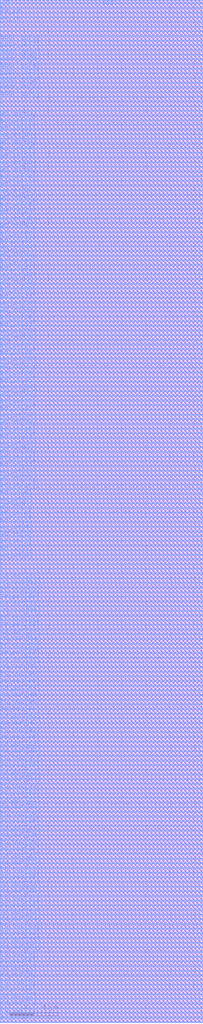
<source format=lef>
# Generated by FakeRAM 2.0
VERSION 5.7 ;
BUSBITCHARS "[]" ;
PROPERTYDEFINITIONS
  MACRO width INTEGER ;
  MACRO depth INTEGER ;
  MACRO banks INTEGER ;
END PROPERTYDEFINITIONS
MACRO sram_asap7_64x512_1rw_upper
  PROPERTY width 64 ;
  PROPERTY depth 512 ;
  PROPERTY banks 2 ;
  FOREIGN sram_asap7_64x512_1rw_upper 0 0 ;
  SYMMETRY X Y R90 ;
  SIZE 16.720 BY 84.000 ;
  CLASS BLOCK ;
  PIN rd_out[0]
    DIRECTION OUTPUT ;
    USE SIGNAL ;
    SHAPE ABUTMENT ;
    PORT
      LAYER M4_m ;
      RECT 0.000 0.048 0.024 0.072 ;
    END
  END rd_out[0]
  PIN rd_out[1]
    DIRECTION OUTPUT ;
    USE SIGNAL ;
    SHAPE ABUTMENT ;
    PORT
      LAYER M4_m ;
      RECT 0.000 0.624 0.024 0.648 ;
    END
  END rd_out[1]
  PIN rd_out[2]
    DIRECTION OUTPUT ;
    USE SIGNAL ;
    SHAPE ABUTMENT ;
    PORT
      LAYER M4_m ;
      RECT 0.000 1.200 0.024 1.224 ;
    END
  END rd_out[2]
  PIN rd_out[3]
    DIRECTION OUTPUT ;
    USE SIGNAL ;
    SHAPE ABUTMENT ;
    PORT
      LAYER M4_m ;
      RECT 0.000 1.776 0.024 1.800 ;
    END
  END rd_out[3]
  PIN rd_out[4]
    DIRECTION OUTPUT ;
    USE SIGNAL ;
    SHAPE ABUTMENT ;
    PORT
      LAYER M4_m ;
      RECT 0.000 2.352 0.024 2.376 ;
    END
  END rd_out[4]
  PIN rd_out[5]
    DIRECTION OUTPUT ;
    USE SIGNAL ;
    SHAPE ABUTMENT ;
    PORT
      LAYER M4_m ;
      RECT 0.000 2.928 0.024 2.952 ;
    END
  END rd_out[5]
  PIN rd_out[6]
    DIRECTION OUTPUT ;
    USE SIGNAL ;
    SHAPE ABUTMENT ;
    PORT
      LAYER M4_m ;
      RECT 0.000 3.504 0.024 3.528 ;
    END
  END rd_out[6]
  PIN rd_out[7]
    DIRECTION OUTPUT ;
    USE SIGNAL ;
    SHAPE ABUTMENT ;
    PORT
      LAYER M4_m ;
      RECT 0.000 4.080 0.024 4.104 ;
    END
  END rd_out[7]
  PIN rd_out[8]
    DIRECTION OUTPUT ;
    USE SIGNAL ;
    SHAPE ABUTMENT ;
    PORT
      LAYER M4_m ;
      RECT 0.000 4.656 0.024 4.680 ;
    END
  END rd_out[8]
  PIN rd_out[9]
    DIRECTION OUTPUT ;
    USE SIGNAL ;
    SHAPE ABUTMENT ;
    PORT
      LAYER M4_m ;
      RECT 0.000 5.232 0.024 5.256 ;
    END
  END rd_out[9]
  PIN rd_out[10]
    DIRECTION OUTPUT ;
    USE SIGNAL ;
    SHAPE ABUTMENT ;
    PORT
      LAYER M4_m ;
      RECT 0.000 5.808 0.024 5.832 ;
    END
  END rd_out[10]
  PIN rd_out[11]
    DIRECTION OUTPUT ;
    USE SIGNAL ;
    SHAPE ABUTMENT ;
    PORT
      LAYER M4_m ;
      RECT 0.000 6.384 0.024 6.408 ;
    END
  END rd_out[11]
  PIN rd_out[12]
    DIRECTION OUTPUT ;
    USE SIGNAL ;
    SHAPE ABUTMENT ;
    PORT
      LAYER M4_m ;
      RECT 0.000 6.960 0.024 6.984 ;
    END
  END rd_out[12]
  PIN rd_out[13]
    DIRECTION OUTPUT ;
    USE SIGNAL ;
    SHAPE ABUTMENT ;
    PORT
      LAYER M4_m ;
      RECT 0.000 7.536 0.024 7.560 ;
    END
  END rd_out[13]
  PIN rd_out[14]
    DIRECTION OUTPUT ;
    USE SIGNAL ;
    SHAPE ABUTMENT ;
    PORT
      LAYER M4_m ;
      RECT 0.000 8.112 0.024 8.136 ;
    END
  END rd_out[14]
  PIN rd_out[15]
    DIRECTION OUTPUT ;
    USE SIGNAL ;
    SHAPE ABUTMENT ;
    PORT
      LAYER M4_m ;
      RECT 0.000 8.688 0.024 8.712 ;
    END
  END rd_out[15]
  PIN rd_out[16]
    DIRECTION OUTPUT ;
    USE SIGNAL ;
    SHAPE ABUTMENT ;
    PORT
      LAYER M4_m ;
      RECT 0.000 9.264 0.024 9.288 ;
    END
  END rd_out[16]
  PIN rd_out[17]
    DIRECTION OUTPUT ;
    USE SIGNAL ;
    SHAPE ABUTMENT ;
    PORT
      LAYER M4_m ;
      RECT 0.000 9.840 0.024 9.864 ;
    END
  END rd_out[17]
  PIN rd_out[18]
    DIRECTION OUTPUT ;
    USE SIGNAL ;
    SHAPE ABUTMENT ;
    PORT
      LAYER M4_m ;
      RECT 0.000 10.416 0.024 10.440 ;
    END
  END rd_out[18]
  PIN rd_out[19]
    DIRECTION OUTPUT ;
    USE SIGNAL ;
    SHAPE ABUTMENT ;
    PORT
      LAYER M4_m ;
      RECT 0.000 10.992 0.024 11.016 ;
    END
  END rd_out[19]
  PIN rd_out[20]
    DIRECTION OUTPUT ;
    USE SIGNAL ;
    SHAPE ABUTMENT ;
    PORT
      LAYER M4_m ;
      RECT 0.000 11.568 0.024 11.592 ;
    END
  END rd_out[20]
  PIN rd_out[21]
    DIRECTION OUTPUT ;
    USE SIGNAL ;
    SHAPE ABUTMENT ;
    PORT
      LAYER M4_m ;
      RECT 0.000 12.144 0.024 12.168 ;
    END
  END rd_out[21]
  PIN rd_out[22]
    DIRECTION OUTPUT ;
    USE SIGNAL ;
    SHAPE ABUTMENT ;
    PORT
      LAYER M4_m ;
      RECT 0.000 12.720 0.024 12.744 ;
    END
  END rd_out[22]
  PIN rd_out[23]
    DIRECTION OUTPUT ;
    USE SIGNAL ;
    SHAPE ABUTMENT ;
    PORT
      LAYER M4_m ;
      RECT 0.000 13.296 0.024 13.320 ;
    END
  END rd_out[23]
  PIN rd_out[24]
    DIRECTION OUTPUT ;
    USE SIGNAL ;
    SHAPE ABUTMENT ;
    PORT
      LAYER M4_m ;
      RECT 0.000 13.872 0.024 13.896 ;
    END
  END rd_out[24]
  PIN rd_out[25]
    DIRECTION OUTPUT ;
    USE SIGNAL ;
    SHAPE ABUTMENT ;
    PORT
      LAYER M4_m ;
      RECT 0.000 14.448 0.024 14.472 ;
    END
  END rd_out[25]
  PIN rd_out[26]
    DIRECTION OUTPUT ;
    USE SIGNAL ;
    SHAPE ABUTMENT ;
    PORT
      LAYER M4_m ;
      RECT 0.000 15.024 0.024 15.048 ;
    END
  END rd_out[26]
  PIN rd_out[27]
    DIRECTION OUTPUT ;
    USE SIGNAL ;
    SHAPE ABUTMENT ;
    PORT
      LAYER M4_m ;
      RECT 0.000 15.600 0.024 15.624 ;
    END
  END rd_out[27]
  PIN rd_out[28]
    DIRECTION OUTPUT ;
    USE SIGNAL ;
    SHAPE ABUTMENT ;
    PORT
      LAYER M4_m ;
      RECT 0.000 16.176 0.024 16.200 ;
    END
  END rd_out[28]
  PIN rd_out[29]
    DIRECTION OUTPUT ;
    USE SIGNAL ;
    SHAPE ABUTMENT ;
    PORT
      LAYER M4_m ;
      RECT 0.000 16.752 0.024 16.776 ;
    END
  END rd_out[29]
  PIN rd_out[30]
    DIRECTION OUTPUT ;
    USE SIGNAL ;
    SHAPE ABUTMENT ;
    PORT
      LAYER M4_m ;
      RECT 0.000 17.328 0.024 17.352 ;
    END
  END rd_out[30]
  PIN rd_out[31]
    DIRECTION OUTPUT ;
    USE SIGNAL ;
    SHAPE ABUTMENT ;
    PORT
      LAYER M4_m ;
      RECT 0.000 17.904 0.024 17.928 ;
    END
  END rd_out[31]
  PIN rd_out[32]
    DIRECTION OUTPUT ;
    USE SIGNAL ;
    SHAPE ABUTMENT ;
    PORT
      LAYER M4_m ;
      RECT 0.000 18.480 0.024 18.504 ;
    END
  END rd_out[32]
  PIN rd_out[33]
    DIRECTION OUTPUT ;
    USE SIGNAL ;
    SHAPE ABUTMENT ;
    PORT
      LAYER M4_m ;
      RECT 0.000 19.056 0.024 19.080 ;
    END
  END rd_out[33]
  PIN rd_out[34]
    DIRECTION OUTPUT ;
    USE SIGNAL ;
    SHAPE ABUTMENT ;
    PORT
      LAYER M4_m ;
      RECT 0.000 19.632 0.024 19.656 ;
    END
  END rd_out[34]
  PIN rd_out[35]
    DIRECTION OUTPUT ;
    USE SIGNAL ;
    SHAPE ABUTMENT ;
    PORT
      LAYER M4_m ;
      RECT 0.000 20.208 0.024 20.232 ;
    END
  END rd_out[35]
  PIN rd_out[36]
    DIRECTION OUTPUT ;
    USE SIGNAL ;
    SHAPE ABUTMENT ;
    PORT
      LAYER M4_m ;
      RECT 0.000 20.784 0.024 20.808 ;
    END
  END rd_out[36]
  PIN rd_out[37]
    DIRECTION OUTPUT ;
    USE SIGNAL ;
    SHAPE ABUTMENT ;
    PORT
      LAYER M4_m ;
      RECT 0.000 21.360 0.024 21.384 ;
    END
  END rd_out[37]
  PIN rd_out[38]
    DIRECTION OUTPUT ;
    USE SIGNAL ;
    SHAPE ABUTMENT ;
    PORT
      LAYER M4_m ;
      RECT 0.000 21.936 0.024 21.960 ;
    END
  END rd_out[38]
  PIN rd_out[39]
    DIRECTION OUTPUT ;
    USE SIGNAL ;
    SHAPE ABUTMENT ;
    PORT
      LAYER M4_m ;
      RECT 0.000 22.512 0.024 22.536 ;
    END
  END rd_out[39]
  PIN rd_out[40]
    DIRECTION OUTPUT ;
    USE SIGNAL ;
    SHAPE ABUTMENT ;
    PORT
      LAYER M4_m ;
      RECT 0.000 23.088 0.024 23.112 ;
    END
  END rd_out[40]
  PIN rd_out[41]
    DIRECTION OUTPUT ;
    USE SIGNAL ;
    SHAPE ABUTMENT ;
    PORT
      LAYER M4_m ;
      RECT 0.000 23.664 0.024 23.688 ;
    END
  END rd_out[41]
  PIN rd_out[42]
    DIRECTION OUTPUT ;
    USE SIGNAL ;
    SHAPE ABUTMENT ;
    PORT
      LAYER M4_m ;
      RECT 0.000 24.240 0.024 24.264 ;
    END
  END rd_out[42]
  PIN rd_out[43]
    DIRECTION OUTPUT ;
    USE SIGNAL ;
    SHAPE ABUTMENT ;
    PORT
      LAYER M4_m ;
      RECT 0.000 24.816 0.024 24.840 ;
    END
  END rd_out[43]
  PIN rd_out[44]
    DIRECTION OUTPUT ;
    USE SIGNAL ;
    SHAPE ABUTMENT ;
    PORT
      LAYER M4_m ;
      RECT 0.000 25.392 0.024 25.416 ;
    END
  END rd_out[44]
  PIN rd_out[45]
    DIRECTION OUTPUT ;
    USE SIGNAL ;
    SHAPE ABUTMENT ;
    PORT
      LAYER M4_m ;
      RECT 0.000 25.968 0.024 25.992 ;
    END
  END rd_out[45]
  PIN rd_out[46]
    DIRECTION OUTPUT ;
    USE SIGNAL ;
    SHAPE ABUTMENT ;
    PORT
      LAYER M4_m ;
      RECT 0.000 26.544 0.024 26.568 ;
    END
  END rd_out[46]
  PIN rd_out[47]
    DIRECTION OUTPUT ;
    USE SIGNAL ;
    SHAPE ABUTMENT ;
    PORT
      LAYER M4_m ;
      RECT 0.000 27.120 0.024 27.144 ;
    END
  END rd_out[47]
  PIN rd_out[48]
    DIRECTION OUTPUT ;
    USE SIGNAL ;
    SHAPE ABUTMENT ;
    PORT
      LAYER M4_m ;
      RECT 0.000 27.696 0.024 27.720 ;
    END
  END rd_out[48]
  PIN rd_out[49]
    DIRECTION OUTPUT ;
    USE SIGNAL ;
    SHAPE ABUTMENT ;
    PORT
      LAYER M4_m ;
      RECT 0.000 28.272 0.024 28.296 ;
    END
  END rd_out[49]
  PIN rd_out[50]
    DIRECTION OUTPUT ;
    USE SIGNAL ;
    SHAPE ABUTMENT ;
    PORT
      LAYER M4_m ;
      RECT 0.000 28.848 0.024 28.872 ;
    END
  END rd_out[50]
  PIN rd_out[51]
    DIRECTION OUTPUT ;
    USE SIGNAL ;
    SHAPE ABUTMENT ;
    PORT
      LAYER M4_m ;
      RECT 0.000 29.424 0.024 29.448 ;
    END
  END rd_out[51]
  PIN rd_out[52]
    DIRECTION OUTPUT ;
    USE SIGNAL ;
    SHAPE ABUTMENT ;
    PORT
      LAYER M4_m ;
      RECT 0.000 30.000 0.024 30.024 ;
    END
  END rd_out[52]
  PIN rd_out[53]
    DIRECTION OUTPUT ;
    USE SIGNAL ;
    SHAPE ABUTMENT ;
    PORT
      LAYER M4_m ;
      RECT 0.000 30.576 0.024 30.600 ;
    END
  END rd_out[53]
  PIN rd_out[54]
    DIRECTION OUTPUT ;
    USE SIGNAL ;
    SHAPE ABUTMENT ;
    PORT
      LAYER M4_m ;
      RECT 0.000 31.152 0.024 31.176 ;
    END
  END rd_out[54]
  PIN rd_out[55]
    DIRECTION OUTPUT ;
    USE SIGNAL ;
    SHAPE ABUTMENT ;
    PORT
      LAYER M4_m ;
      RECT 0.000 31.728 0.024 31.752 ;
    END
  END rd_out[55]
  PIN rd_out[56]
    DIRECTION OUTPUT ;
    USE SIGNAL ;
    SHAPE ABUTMENT ;
    PORT
      LAYER M4_m ;
      RECT 0.000 32.304 0.024 32.328 ;
    END
  END rd_out[56]
  PIN rd_out[57]
    DIRECTION OUTPUT ;
    USE SIGNAL ;
    SHAPE ABUTMENT ;
    PORT
      LAYER M4_m ;
      RECT 0.000 32.880 0.024 32.904 ;
    END
  END rd_out[57]
  PIN rd_out[58]
    DIRECTION OUTPUT ;
    USE SIGNAL ;
    SHAPE ABUTMENT ;
    PORT
      LAYER M4_m ;
      RECT 0.000 33.456 0.024 33.480 ;
    END
  END rd_out[58]
  PIN rd_out[59]
    DIRECTION OUTPUT ;
    USE SIGNAL ;
    SHAPE ABUTMENT ;
    PORT
      LAYER M4_m ;
      RECT 0.000 34.032 0.024 34.056 ;
    END
  END rd_out[59]
  PIN rd_out[60]
    DIRECTION OUTPUT ;
    USE SIGNAL ;
    SHAPE ABUTMENT ;
    PORT
      LAYER M4_m ;
      RECT 0.000 34.608 0.024 34.632 ;
    END
  END rd_out[60]
  PIN rd_out[61]
    DIRECTION OUTPUT ;
    USE SIGNAL ;
    SHAPE ABUTMENT ;
    PORT
      LAYER M4_m ;
      RECT 0.000 35.184 0.024 35.208 ;
    END
  END rd_out[61]
  PIN rd_out[62]
    DIRECTION OUTPUT ;
    USE SIGNAL ;
    SHAPE ABUTMENT ;
    PORT
      LAYER M4_m ;
      RECT 0.000 35.760 0.024 35.784 ;
    END
  END rd_out[62]
  PIN rd_out[63]
    DIRECTION OUTPUT ;
    USE SIGNAL ;
    SHAPE ABUTMENT ;
    PORT
      LAYER M4_m ;
      RECT 0.000 36.336 0.024 36.360 ;
    END
  END rd_out[63]
  PIN wd_in[0]
    DIRECTION INPUT ;
    USE SIGNAL ;
    SHAPE ABUTMENT ;
    PORT
      LAYER M4_m ;
      RECT 0.000 37.968 0.024 37.992 ;
    END
  END wd_in[0]
  PIN wd_in[1]
    DIRECTION INPUT ;
    USE SIGNAL ;
    SHAPE ABUTMENT ;
    PORT
      LAYER M4_m ;
      RECT 0.000 38.544 0.024 38.568 ;
    END
  END wd_in[1]
  PIN wd_in[2]
    DIRECTION INPUT ;
    USE SIGNAL ;
    SHAPE ABUTMENT ;
    PORT
      LAYER M4_m ;
      RECT 0.000 39.120 0.024 39.144 ;
    END
  END wd_in[2]
  PIN wd_in[3]
    DIRECTION INPUT ;
    USE SIGNAL ;
    SHAPE ABUTMENT ;
    PORT
      LAYER M4_m ;
      RECT 0.000 39.696 0.024 39.720 ;
    END
  END wd_in[3]
  PIN wd_in[4]
    DIRECTION INPUT ;
    USE SIGNAL ;
    SHAPE ABUTMENT ;
    PORT
      LAYER M4_m ;
      RECT 0.000 40.272 0.024 40.296 ;
    END
  END wd_in[4]
  PIN wd_in[5]
    DIRECTION INPUT ;
    USE SIGNAL ;
    SHAPE ABUTMENT ;
    PORT
      LAYER M4_m ;
      RECT 0.000 40.848 0.024 40.872 ;
    END
  END wd_in[5]
  PIN wd_in[6]
    DIRECTION INPUT ;
    USE SIGNAL ;
    SHAPE ABUTMENT ;
    PORT
      LAYER M4_m ;
      RECT 0.000 41.424 0.024 41.448 ;
    END
  END wd_in[6]
  PIN wd_in[7]
    DIRECTION INPUT ;
    USE SIGNAL ;
    SHAPE ABUTMENT ;
    PORT
      LAYER M4_m ;
      RECT 0.000 42.000 0.024 42.024 ;
    END
  END wd_in[7]
  PIN wd_in[8]
    DIRECTION INPUT ;
    USE SIGNAL ;
    SHAPE ABUTMENT ;
    PORT
      LAYER M4_m ;
      RECT 0.000 42.576 0.024 42.600 ;
    END
  END wd_in[8]
  PIN wd_in[9]
    DIRECTION INPUT ;
    USE SIGNAL ;
    SHAPE ABUTMENT ;
    PORT
      LAYER M4_m ;
      RECT 0.000 43.152 0.024 43.176 ;
    END
  END wd_in[9]
  PIN wd_in[10]
    DIRECTION INPUT ;
    USE SIGNAL ;
    SHAPE ABUTMENT ;
    PORT
      LAYER M4_m ;
      RECT 0.000 43.728 0.024 43.752 ;
    END
  END wd_in[10]
  PIN wd_in[11]
    DIRECTION INPUT ;
    USE SIGNAL ;
    SHAPE ABUTMENT ;
    PORT
      LAYER M4_m ;
      RECT 0.000 44.304 0.024 44.328 ;
    END
  END wd_in[11]
  PIN wd_in[12]
    DIRECTION INPUT ;
    USE SIGNAL ;
    SHAPE ABUTMENT ;
    PORT
      LAYER M4_m ;
      RECT 0.000 44.880 0.024 44.904 ;
    END
  END wd_in[12]
  PIN wd_in[13]
    DIRECTION INPUT ;
    USE SIGNAL ;
    SHAPE ABUTMENT ;
    PORT
      LAYER M4_m ;
      RECT 0.000 45.456 0.024 45.480 ;
    END
  END wd_in[13]
  PIN wd_in[14]
    DIRECTION INPUT ;
    USE SIGNAL ;
    SHAPE ABUTMENT ;
    PORT
      LAYER M4_m ;
      RECT 0.000 46.032 0.024 46.056 ;
    END
  END wd_in[14]
  PIN wd_in[15]
    DIRECTION INPUT ;
    USE SIGNAL ;
    SHAPE ABUTMENT ;
    PORT
      LAYER M4_m ;
      RECT 0.000 46.608 0.024 46.632 ;
    END
  END wd_in[15]
  PIN wd_in[16]
    DIRECTION INPUT ;
    USE SIGNAL ;
    SHAPE ABUTMENT ;
    PORT
      LAYER M4_m ;
      RECT 0.000 47.184 0.024 47.208 ;
    END
  END wd_in[16]
  PIN wd_in[17]
    DIRECTION INPUT ;
    USE SIGNAL ;
    SHAPE ABUTMENT ;
    PORT
      LAYER M4_m ;
      RECT 0.000 47.760 0.024 47.784 ;
    END
  END wd_in[17]
  PIN wd_in[18]
    DIRECTION INPUT ;
    USE SIGNAL ;
    SHAPE ABUTMENT ;
    PORT
      LAYER M4_m ;
      RECT 0.000 48.336 0.024 48.360 ;
    END
  END wd_in[18]
  PIN wd_in[19]
    DIRECTION INPUT ;
    USE SIGNAL ;
    SHAPE ABUTMENT ;
    PORT
      LAYER M4_m ;
      RECT 0.000 48.912 0.024 48.936 ;
    END
  END wd_in[19]
  PIN wd_in[20]
    DIRECTION INPUT ;
    USE SIGNAL ;
    SHAPE ABUTMENT ;
    PORT
      LAYER M4_m ;
      RECT 0.000 49.488 0.024 49.512 ;
    END
  END wd_in[20]
  PIN wd_in[21]
    DIRECTION INPUT ;
    USE SIGNAL ;
    SHAPE ABUTMENT ;
    PORT
      LAYER M4_m ;
      RECT 0.000 50.064 0.024 50.088 ;
    END
  END wd_in[21]
  PIN wd_in[22]
    DIRECTION INPUT ;
    USE SIGNAL ;
    SHAPE ABUTMENT ;
    PORT
      LAYER M4_m ;
      RECT 0.000 50.640 0.024 50.664 ;
    END
  END wd_in[22]
  PIN wd_in[23]
    DIRECTION INPUT ;
    USE SIGNAL ;
    SHAPE ABUTMENT ;
    PORT
      LAYER M4_m ;
      RECT 0.000 51.216 0.024 51.240 ;
    END
  END wd_in[23]
  PIN wd_in[24]
    DIRECTION INPUT ;
    USE SIGNAL ;
    SHAPE ABUTMENT ;
    PORT
      LAYER M4_m ;
      RECT 0.000 51.792 0.024 51.816 ;
    END
  END wd_in[24]
  PIN wd_in[25]
    DIRECTION INPUT ;
    USE SIGNAL ;
    SHAPE ABUTMENT ;
    PORT
      LAYER M4_m ;
      RECT 0.000 52.368 0.024 52.392 ;
    END
  END wd_in[25]
  PIN wd_in[26]
    DIRECTION INPUT ;
    USE SIGNAL ;
    SHAPE ABUTMENT ;
    PORT
      LAYER M4_m ;
      RECT 0.000 52.944 0.024 52.968 ;
    END
  END wd_in[26]
  PIN wd_in[27]
    DIRECTION INPUT ;
    USE SIGNAL ;
    SHAPE ABUTMENT ;
    PORT
      LAYER M4_m ;
      RECT 0.000 53.520 0.024 53.544 ;
    END
  END wd_in[27]
  PIN wd_in[28]
    DIRECTION INPUT ;
    USE SIGNAL ;
    SHAPE ABUTMENT ;
    PORT
      LAYER M4_m ;
      RECT 0.000 54.096 0.024 54.120 ;
    END
  END wd_in[28]
  PIN wd_in[29]
    DIRECTION INPUT ;
    USE SIGNAL ;
    SHAPE ABUTMENT ;
    PORT
      LAYER M4_m ;
      RECT 0.000 54.672 0.024 54.696 ;
    END
  END wd_in[29]
  PIN wd_in[30]
    DIRECTION INPUT ;
    USE SIGNAL ;
    SHAPE ABUTMENT ;
    PORT
      LAYER M4_m ;
      RECT 0.000 55.248 0.024 55.272 ;
    END
  END wd_in[30]
  PIN wd_in[31]
    DIRECTION INPUT ;
    USE SIGNAL ;
    SHAPE ABUTMENT ;
    PORT
      LAYER M4_m ;
      RECT 0.000 55.824 0.024 55.848 ;
    END
  END wd_in[31]
  PIN wd_in[32]
    DIRECTION INPUT ;
    USE SIGNAL ;
    SHAPE ABUTMENT ;
    PORT
      LAYER M4_m ;
      RECT 0.000 56.400 0.024 56.424 ;
    END
  END wd_in[32]
  PIN wd_in[33]
    DIRECTION INPUT ;
    USE SIGNAL ;
    SHAPE ABUTMENT ;
    PORT
      LAYER M4_m ;
      RECT 0.000 56.976 0.024 57.000 ;
    END
  END wd_in[33]
  PIN wd_in[34]
    DIRECTION INPUT ;
    USE SIGNAL ;
    SHAPE ABUTMENT ;
    PORT
      LAYER M4_m ;
      RECT 0.000 57.552 0.024 57.576 ;
    END
  END wd_in[34]
  PIN wd_in[35]
    DIRECTION INPUT ;
    USE SIGNAL ;
    SHAPE ABUTMENT ;
    PORT
      LAYER M4_m ;
      RECT 0.000 58.128 0.024 58.152 ;
    END
  END wd_in[35]
  PIN wd_in[36]
    DIRECTION INPUT ;
    USE SIGNAL ;
    SHAPE ABUTMENT ;
    PORT
      LAYER M4_m ;
      RECT 0.000 58.704 0.024 58.728 ;
    END
  END wd_in[36]
  PIN wd_in[37]
    DIRECTION INPUT ;
    USE SIGNAL ;
    SHAPE ABUTMENT ;
    PORT
      LAYER M4_m ;
      RECT 0.000 59.280 0.024 59.304 ;
    END
  END wd_in[37]
  PIN wd_in[38]
    DIRECTION INPUT ;
    USE SIGNAL ;
    SHAPE ABUTMENT ;
    PORT
      LAYER M4_m ;
      RECT 0.000 59.856 0.024 59.880 ;
    END
  END wd_in[38]
  PIN wd_in[39]
    DIRECTION INPUT ;
    USE SIGNAL ;
    SHAPE ABUTMENT ;
    PORT
      LAYER M4_m ;
      RECT 0.000 60.432 0.024 60.456 ;
    END
  END wd_in[39]
  PIN wd_in[40]
    DIRECTION INPUT ;
    USE SIGNAL ;
    SHAPE ABUTMENT ;
    PORT
      LAYER M4_m ;
      RECT 0.000 61.008 0.024 61.032 ;
    END
  END wd_in[40]
  PIN wd_in[41]
    DIRECTION INPUT ;
    USE SIGNAL ;
    SHAPE ABUTMENT ;
    PORT
      LAYER M4_m ;
      RECT 0.000 61.584 0.024 61.608 ;
    END
  END wd_in[41]
  PIN wd_in[42]
    DIRECTION INPUT ;
    USE SIGNAL ;
    SHAPE ABUTMENT ;
    PORT
      LAYER M4_m ;
      RECT 0.000 62.160 0.024 62.184 ;
    END
  END wd_in[42]
  PIN wd_in[43]
    DIRECTION INPUT ;
    USE SIGNAL ;
    SHAPE ABUTMENT ;
    PORT
      LAYER M4_m ;
      RECT 0.000 62.736 0.024 62.760 ;
    END
  END wd_in[43]
  PIN wd_in[44]
    DIRECTION INPUT ;
    USE SIGNAL ;
    SHAPE ABUTMENT ;
    PORT
      LAYER M4_m ;
      RECT 0.000 63.312 0.024 63.336 ;
    END
  END wd_in[44]
  PIN wd_in[45]
    DIRECTION INPUT ;
    USE SIGNAL ;
    SHAPE ABUTMENT ;
    PORT
      LAYER M4_m ;
      RECT 0.000 63.888 0.024 63.912 ;
    END
  END wd_in[45]
  PIN wd_in[46]
    DIRECTION INPUT ;
    USE SIGNAL ;
    SHAPE ABUTMENT ;
    PORT
      LAYER M4_m ;
      RECT 0.000 64.464 0.024 64.488 ;
    END
  END wd_in[46]
  PIN wd_in[47]
    DIRECTION INPUT ;
    USE SIGNAL ;
    SHAPE ABUTMENT ;
    PORT
      LAYER M4_m ;
      RECT 0.000 65.040 0.024 65.064 ;
    END
  END wd_in[47]
  PIN wd_in[48]
    DIRECTION INPUT ;
    USE SIGNAL ;
    SHAPE ABUTMENT ;
    PORT
      LAYER M4_m ;
      RECT 0.000 65.616 0.024 65.640 ;
    END
  END wd_in[48]
  PIN wd_in[49]
    DIRECTION INPUT ;
    USE SIGNAL ;
    SHAPE ABUTMENT ;
    PORT
      LAYER M4_m ;
      RECT 0.000 66.192 0.024 66.216 ;
    END
  END wd_in[49]
  PIN wd_in[50]
    DIRECTION INPUT ;
    USE SIGNAL ;
    SHAPE ABUTMENT ;
    PORT
      LAYER M4_m ;
      RECT 0.000 66.768 0.024 66.792 ;
    END
  END wd_in[50]
  PIN wd_in[51]
    DIRECTION INPUT ;
    USE SIGNAL ;
    SHAPE ABUTMENT ;
    PORT
      LAYER M4_m ;
      RECT 0.000 67.344 0.024 67.368 ;
    END
  END wd_in[51]
  PIN wd_in[52]
    DIRECTION INPUT ;
    USE SIGNAL ;
    SHAPE ABUTMENT ;
    PORT
      LAYER M4_m ;
      RECT 0.000 67.920 0.024 67.944 ;
    END
  END wd_in[52]
  PIN wd_in[53]
    DIRECTION INPUT ;
    USE SIGNAL ;
    SHAPE ABUTMENT ;
    PORT
      LAYER M4_m ;
      RECT 0.000 68.496 0.024 68.520 ;
    END
  END wd_in[53]
  PIN wd_in[54]
    DIRECTION INPUT ;
    USE SIGNAL ;
    SHAPE ABUTMENT ;
    PORT
      LAYER M4_m ;
      RECT 0.000 69.072 0.024 69.096 ;
    END
  END wd_in[54]
  PIN wd_in[55]
    DIRECTION INPUT ;
    USE SIGNAL ;
    SHAPE ABUTMENT ;
    PORT
      LAYER M4_m ;
      RECT 0.000 69.648 0.024 69.672 ;
    END
  END wd_in[55]
  PIN wd_in[56]
    DIRECTION INPUT ;
    USE SIGNAL ;
    SHAPE ABUTMENT ;
    PORT
      LAYER M4_m ;
      RECT 0.000 70.224 0.024 70.248 ;
    END
  END wd_in[56]
  PIN wd_in[57]
    DIRECTION INPUT ;
    USE SIGNAL ;
    SHAPE ABUTMENT ;
    PORT
      LAYER M4_m ;
      RECT 0.000 70.800 0.024 70.824 ;
    END
  END wd_in[57]
  PIN wd_in[58]
    DIRECTION INPUT ;
    USE SIGNAL ;
    SHAPE ABUTMENT ;
    PORT
      LAYER M4_m ;
      RECT 0.000 71.376 0.024 71.400 ;
    END
  END wd_in[58]
  PIN wd_in[59]
    DIRECTION INPUT ;
    USE SIGNAL ;
    SHAPE ABUTMENT ;
    PORT
      LAYER M4_m ;
      RECT 0.000 71.952 0.024 71.976 ;
    END
  END wd_in[59]
  PIN wd_in[60]
    DIRECTION INPUT ;
    USE SIGNAL ;
    SHAPE ABUTMENT ;
    PORT
      LAYER M4_m ;
      RECT 0.000 72.528 0.024 72.552 ;
    END
  END wd_in[60]
  PIN wd_in[61]
    DIRECTION INPUT ;
    USE SIGNAL ;
    SHAPE ABUTMENT ;
    PORT
      LAYER M4_m ;
      RECT 0.000 73.104 0.024 73.128 ;
    END
  END wd_in[61]
  PIN wd_in[62]
    DIRECTION INPUT ;
    USE SIGNAL ;
    SHAPE ABUTMENT ;
    PORT
      LAYER M4_m ;
      RECT 0.000 73.680 0.024 73.704 ;
    END
  END wd_in[62]
  PIN wd_in[63]
    DIRECTION INPUT ;
    USE SIGNAL ;
    SHAPE ABUTMENT ;
    PORT
      LAYER M4_m ;
      RECT 0.000 74.256 0.024 74.280 ;
    END
  END wd_in[63]
  PIN addr_in[0]
    DIRECTION INPUT ;
    USE SIGNAL ;
    SHAPE ABUTMENT ;
    PORT
      LAYER M4_m ;
      RECT 0.000 75.888 0.024 75.912 ;
    END
  END addr_in[0]
  PIN addr_in[1]
    DIRECTION INPUT ;
    USE SIGNAL ;
    SHAPE ABUTMENT ;
    PORT
      LAYER M4_m ;
      RECT 0.000 76.464 0.024 76.488 ;
    END
  END addr_in[1]
  PIN addr_in[2]
    DIRECTION INPUT ;
    USE SIGNAL ;
    SHAPE ABUTMENT ;
    PORT
      LAYER M4_m ;
      RECT 0.000 77.040 0.024 77.064 ;
    END
  END addr_in[2]
  PIN addr_in[3]
    DIRECTION INPUT ;
    USE SIGNAL ;
    SHAPE ABUTMENT ;
    PORT
      LAYER M4_m ;
      RECT 0.000 77.616 0.024 77.640 ;
    END
  END addr_in[3]
  PIN addr_in[4]
    DIRECTION INPUT ;
    USE SIGNAL ;
    SHAPE ABUTMENT ;
    PORT
      LAYER M4_m ;
      RECT 0.000 78.192 0.024 78.216 ;
    END
  END addr_in[4]
  PIN addr_in[5]
    DIRECTION INPUT ;
    USE SIGNAL ;
    SHAPE ABUTMENT ;
    PORT
      LAYER M4_m ;
      RECT 0.000 78.768 0.024 78.792 ;
    END
  END addr_in[5]
  PIN addr_in[6]
    DIRECTION INPUT ;
    USE SIGNAL ;
    SHAPE ABUTMENT ;
    PORT
      LAYER M4_m ;
      RECT 0.000 79.344 0.024 79.368 ;
    END
  END addr_in[6]
  PIN addr_in[7]
    DIRECTION INPUT ;
    USE SIGNAL ;
    SHAPE ABUTMENT ;
    PORT
      LAYER M4_m ;
      RECT 0.000 79.920 0.024 79.944 ;
    END
  END addr_in[7]
  PIN addr_in[8]
    DIRECTION INPUT ;
    USE SIGNAL ;
    SHAPE ABUTMENT ;
    PORT
      LAYER M4_m ;
      RECT 0.000 80.496 0.024 80.520 ;
    END
  END addr_in[8]
  PIN we_in
    DIRECTION INPUT ;
    USE SIGNAL ;
    SHAPE ABUTMENT ;
    PORT
      LAYER M4_m ;
      RECT 0.000 82.128 0.024 82.152 ;
    END
  END we_in
  PIN ce_in
    DIRECTION INPUT ;
    USE SIGNAL ;
    SHAPE ABUTMENT ;
    PORT
      LAYER M4_m ;
      RECT 0.000 82.704 0.024 82.728 ;
    END
  END ce_in
  PIN clk
    DIRECTION INPUT ;
    USE SIGNAL ;
    SHAPE ABUTMENT ;
    PORT
      LAYER M4_m ;
      RECT 0.000 83.280 0.024 83.304 ;
    END
  END clk
  PIN VSS
    DIRECTION INOUT ;
    USE GROUND ;
    PORT
      LAYER M4_m ;
      RECT 0.048 0.000 16.672 0.096 ;
      RECT 0.048 0.768 16.672 0.864 ;
      RECT 0.048 1.536 16.672 1.632 ;
      RECT 0.048 2.304 16.672 2.400 ;
      RECT 0.048 3.072 16.672 3.168 ;
      RECT 0.048 3.840 16.672 3.936 ;
      RECT 0.048 4.608 16.672 4.704 ;
      RECT 0.048 5.376 16.672 5.472 ;
      RECT 0.048 6.144 16.672 6.240 ;
      RECT 0.048 6.912 16.672 7.008 ;
      RECT 0.048 7.680 16.672 7.776 ;
      RECT 0.048 8.448 16.672 8.544 ;
      RECT 0.048 9.216 16.672 9.312 ;
      RECT 0.048 9.984 16.672 10.080 ;
      RECT 0.048 10.752 16.672 10.848 ;
      RECT 0.048 11.520 16.672 11.616 ;
      RECT 0.048 12.288 16.672 12.384 ;
      RECT 0.048 13.056 16.672 13.152 ;
      RECT 0.048 13.824 16.672 13.920 ;
      RECT 0.048 14.592 16.672 14.688 ;
      RECT 0.048 15.360 16.672 15.456 ;
      RECT 0.048 16.128 16.672 16.224 ;
      RECT 0.048 16.896 16.672 16.992 ;
      RECT 0.048 17.664 16.672 17.760 ;
      RECT 0.048 18.432 16.672 18.528 ;
      RECT 0.048 19.200 16.672 19.296 ;
      RECT 0.048 19.968 16.672 20.064 ;
      RECT 0.048 20.736 16.672 20.832 ;
      RECT 0.048 21.504 16.672 21.600 ;
      RECT 0.048 22.272 16.672 22.368 ;
      RECT 0.048 23.040 16.672 23.136 ;
      RECT 0.048 23.808 16.672 23.904 ;
      RECT 0.048 24.576 16.672 24.672 ;
      RECT 0.048 25.344 16.672 25.440 ;
      RECT 0.048 26.112 16.672 26.208 ;
      RECT 0.048 26.880 16.672 26.976 ;
      RECT 0.048 27.648 16.672 27.744 ;
      RECT 0.048 28.416 16.672 28.512 ;
      RECT 0.048 29.184 16.672 29.280 ;
      RECT 0.048 29.952 16.672 30.048 ;
      RECT 0.048 30.720 16.672 30.816 ;
      RECT 0.048 31.488 16.672 31.584 ;
      RECT 0.048 32.256 16.672 32.352 ;
      RECT 0.048 33.024 16.672 33.120 ;
      RECT 0.048 33.792 16.672 33.888 ;
      RECT 0.048 34.560 16.672 34.656 ;
      RECT 0.048 35.328 16.672 35.424 ;
      RECT 0.048 36.096 16.672 36.192 ;
      RECT 0.048 36.864 16.672 36.960 ;
      RECT 0.048 37.632 16.672 37.728 ;
      RECT 0.048 38.400 16.672 38.496 ;
      RECT 0.048 39.168 16.672 39.264 ;
      RECT 0.048 39.936 16.672 40.032 ;
      RECT 0.048 40.704 16.672 40.800 ;
      RECT 0.048 41.472 16.672 41.568 ;
      RECT 0.048 42.240 16.672 42.336 ;
      RECT 0.048 43.008 16.672 43.104 ;
      RECT 0.048 43.776 16.672 43.872 ;
      RECT 0.048 44.544 16.672 44.640 ;
      RECT 0.048 45.312 16.672 45.408 ;
      RECT 0.048 46.080 16.672 46.176 ;
      RECT 0.048 46.848 16.672 46.944 ;
      RECT 0.048 47.616 16.672 47.712 ;
      RECT 0.048 48.384 16.672 48.480 ;
      RECT 0.048 49.152 16.672 49.248 ;
      RECT 0.048 49.920 16.672 50.016 ;
      RECT 0.048 50.688 16.672 50.784 ;
      RECT 0.048 51.456 16.672 51.552 ;
      RECT 0.048 52.224 16.672 52.320 ;
      RECT 0.048 52.992 16.672 53.088 ;
      RECT 0.048 53.760 16.672 53.856 ;
      RECT 0.048 54.528 16.672 54.624 ;
      RECT 0.048 55.296 16.672 55.392 ;
      RECT 0.048 56.064 16.672 56.160 ;
      RECT 0.048 56.832 16.672 56.928 ;
      RECT 0.048 57.600 16.672 57.696 ;
      RECT 0.048 58.368 16.672 58.464 ;
      RECT 0.048 59.136 16.672 59.232 ;
      RECT 0.048 59.904 16.672 60.000 ;
      RECT 0.048 60.672 16.672 60.768 ;
      RECT 0.048 61.440 16.672 61.536 ;
      RECT 0.048 62.208 16.672 62.304 ;
      RECT 0.048 62.976 16.672 63.072 ;
      RECT 0.048 63.744 16.672 63.840 ;
      RECT 0.048 64.512 16.672 64.608 ;
      RECT 0.048 65.280 16.672 65.376 ;
      RECT 0.048 66.048 16.672 66.144 ;
      RECT 0.048 66.816 16.672 66.912 ;
      RECT 0.048 67.584 16.672 67.680 ;
      RECT 0.048 68.352 16.672 68.448 ;
      RECT 0.048 69.120 16.672 69.216 ;
      RECT 0.048 69.888 16.672 69.984 ;
      RECT 0.048 70.656 16.672 70.752 ;
      RECT 0.048 71.424 16.672 71.520 ;
      RECT 0.048 72.192 16.672 72.288 ;
      RECT 0.048 72.960 16.672 73.056 ;
      RECT 0.048 73.728 16.672 73.824 ;
      RECT 0.048 74.496 16.672 74.592 ;
      RECT 0.048 75.264 16.672 75.360 ;
      RECT 0.048 76.032 16.672 76.128 ;
      RECT 0.048 76.800 16.672 76.896 ;
      RECT 0.048 77.568 16.672 77.664 ;
      RECT 0.048 78.336 16.672 78.432 ;
      RECT 0.048 79.104 16.672 79.200 ;
      RECT 0.048 79.872 16.672 79.968 ;
      RECT 0.048 80.640 16.672 80.736 ;
      RECT 0.048 81.408 16.672 81.504 ;
      RECT 0.048 82.176 16.672 82.272 ;
      RECT 0.048 82.944 16.672 83.040 ;
      RECT 0.048 83.712 16.672 83.808 ;
    END
  END VSS
  PIN VDD
    DIRECTION INOUT ;
    USE POWER ;
    PORT
      LAYER M4_m ;
      RECT 0.048 0.384 16.672 0.480 ;
      RECT 0.048 1.152 16.672 1.248 ;
      RECT 0.048 1.920 16.672 2.016 ;
      RECT 0.048 2.688 16.672 2.784 ;
      RECT 0.048 3.456 16.672 3.552 ;
      RECT 0.048 4.224 16.672 4.320 ;
      RECT 0.048 4.992 16.672 5.088 ;
      RECT 0.048 5.760 16.672 5.856 ;
      RECT 0.048 6.528 16.672 6.624 ;
      RECT 0.048 7.296 16.672 7.392 ;
      RECT 0.048 8.064 16.672 8.160 ;
      RECT 0.048 8.832 16.672 8.928 ;
      RECT 0.048 9.600 16.672 9.696 ;
      RECT 0.048 10.368 16.672 10.464 ;
      RECT 0.048 11.136 16.672 11.232 ;
      RECT 0.048 11.904 16.672 12.000 ;
      RECT 0.048 12.672 16.672 12.768 ;
      RECT 0.048 13.440 16.672 13.536 ;
      RECT 0.048 14.208 16.672 14.304 ;
      RECT 0.048 14.976 16.672 15.072 ;
      RECT 0.048 15.744 16.672 15.840 ;
      RECT 0.048 16.512 16.672 16.608 ;
      RECT 0.048 17.280 16.672 17.376 ;
      RECT 0.048 18.048 16.672 18.144 ;
      RECT 0.048 18.816 16.672 18.912 ;
      RECT 0.048 19.584 16.672 19.680 ;
      RECT 0.048 20.352 16.672 20.448 ;
      RECT 0.048 21.120 16.672 21.216 ;
      RECT 0.048 21.888 16.672 21.984 ;
      RECT 0.048 22.656 16.672 22.752 ;
      RECT 0.048 23.424 16.672 23.520 ;
      RECT 0.048 24.192 16.672 24.288 ;
      RECT 0.048 24.960 16.672 25.056 ;
      RECT 0.048 25.728 16.672 25.824 ;
      RECT 0.048 26.496 16.672 26.592 ;
      RECT 0.048 27.264 16.672 27.360 ;
      RECT 0.048 28.032 16.672 28.128 ;
      RECT 0.048 28.800 16.672 28.896 ;
      RECT 0.048 29.568 16.672 29.664 ;
      RECT 0.048 30.336 16.672 30.432 ;
      RECT 0.048 31.104 16.672 31.200 ;
      RECT 0.048 31.872 16.672 31.968 ;
      RECT 0.048 32.640 16.672 32.736 ;
      RECT 0.048 33.408 16.672 33.504 ;
      RECT 0.048 34.176 16.672 34.272 ;
      RECT 0.048 34.944 16.672 35.040 ;
      RECT 0.048 35.712 16.672 35.808 ;
      RECT 0.048 36.480 16.672 36.576 ;
      RECT 0.048 37.248 16.672 37.344 ;
      RECT 0.048 38.016 16.672 38.112 ;
      RECT 0.048 38.784 16.672 38.880 ;
      RECT 0.048 39.552 16.672 39.648 ;
      RECT 0.048 40.320 16.672 40.416 ;
      RECT 0.048 41.088 16.672 41.184 ;
      RECT 0.048 41.856 16.672 41.952 ;
      RECT 0.048 42.624 16.672 42.720 ;
      RECT 0.048 43.392 16.672 43.488 ;
      RECT 0.048 44.160 16.672 44.256 ;
      RECT 0.048 44.928 16.672 45.024 ;
      RECT 0.048 45.696 16.672 45.792 ;
      RECT 0.048 46.464 16.672 46.560 ;
      RECT 0.048 47.232 16.672 47.328 ;
      RECT 0.048 48.000 16.672 48.096 ;
      RECT 0.048 48.768 16.672 48.864 ;
      RECT 0.048 49.536 16.672 49.632 ;
      RECT 0.048 50.304 16.672 50.400 ;
      RECT 0.048 51.072 16.672 51.168 ;
      RECT 0.048 51.840 16.672 51.936 ;
      RECT 0.048 52.608 16.672 52.704 ;
      RECT 0.048 53.376 16.672 53.472 ;
      RECT 0.048 54.144 16.672 54.240 ;
      RECT 0.048 54.912 16.672 55.008 ;
      RECT 0.048 55.680 16.672 55.776 ;
      RECT 0.048 56.448 16.672 56.544 ;
      RECT 0.048 57.216 16.672 57.312 ;
      RECT 0.048 57.984 16.672 58.080 ;
      RECT 0.048 58.752 16.672 58.848 ;
      RECT 0.048 59.520 16.672 59.616 ;
      RECT 0.048 60.288 16.672 60.384 ;
      RECT 0.048 61.056 16.672 61.152 ;
      RECT 0.048 61.824 16.672 61.920 ;
      RECT 0.048 62.592 16.672 62.688 ;
      RECT 0.048 63.360 16.672 63.456 ;
      RECT 0.048 64.128 16.672 64.224 ;
      RECT 0.048 64.896 16.672 64.992 ;
      RECT 0.048 65.664 16.672 65.760 ;
      RECT 0.048 66.432 16.672 66.528 ;
      RECT 0.048 67.200 16.672 67.296 ;
      RECT 0.048 67.968 16.672 68.064 ;
      RECT 0.048 68.736 16.672 68.832 ;
      RECT 0.048 69.504 16.672 69.600 ;
      RECT 0.048 70.272 16.672 70.368 ;
      RECT 0.048 71.040 16.672 71.136 ;
      RECT 0.048 71.808 16.672 71.904 ;
      RECT 0.048 72.576 16.672 72.672 ;
      RECT 0.048 73.344 16.672 73.440 ;
      RECT 0.048 74.112 16.672 74.208 ;
      RECT 0.048 74.880 16.672 74.976 ;
      RECT 0.048 75.648 16.672 75.744 ;
      RECT 0.048 76.416 16.672 76.512 ;
      RECT 0.048 77.184 16.672 77.280 ;
      RECT 0.048 77.952 16.672 78.048 ;
      RECT 0.048 78.720 16.672 78.816 ;
      RECT 0.048 79.488 16.672 79.584 ;
      RECT 0.048 80.256 16.672 80.352 ;
      RECT 0.048 81.024 16.672 81.120 ;
      RECT 0.048 81.792 16.672 81.888 ;
      RECT 0.048 82.560 16.672 82.656 ;
      RECT 0.048 83.328 16.672 83.424 ;
    END
  END VDD
  OBS
    LAYER M1_m ;
    RECT 0 0 16.720 84.000 ;
    LAYER M2_m ;
    RECT 0 0 16.720 84.000 ;
    LAYER M3_m ;
    RECT 0 0 16.720 84.000 ;
    LAYER M4_m ;
    RECT 0 0 16.720 84.000 ;
  END
END sram_asap7_64x512_1rw_upper

END LIBRARY

</source>
